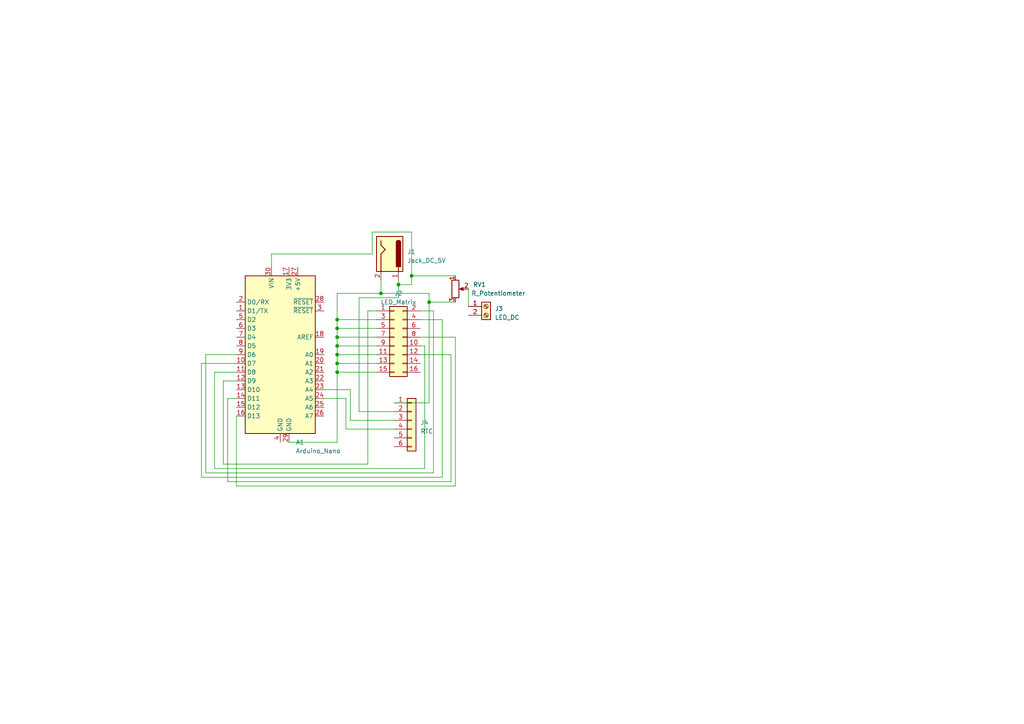
<source format=kicad_sch>
(kicad_sch (version 20230121) (generator eeschema)
  (paper "A4")
  (lib_symbols
    (symbol "Conn_01x06_1" (pin_names (offset 1.016) hide)
      (property "Reference" "J" (at 0 7.62 0))
      (property "Value" "Conn_01x06" (at 0 -10.16 0))
      (symbol "Conn_01x06_1_1_1"
        (rectangle (start -1.27 -7.493) (end 0 -7.747) (stroke (width 0.1524)))
        (rectangle (start -1.27 -4.953) (end 0 -5.207) (stroke (width 0.1524)))
        (rectangle (start -1.27 -2.413) (end 0 -2.667) (stroke (width 0.1524)))
        (rectangle (start -1.27 0.127) (end 0 -0.127) (stroke (width 0.1524)))
        (rectangle (start -1.27 2.667) (end 0 2.413) (stroke (width 0.1524)))
        (rectangle (start -1.27 5.207) (end 0 4.953) (stroke (width 0.1524)))
        (rectangle (start -1.27 6.35) (end 1.27 -8.89) (stroke (width 0.254)) (fill (type background)))
        (pin passive line (at -5.08 5.08 0) (length 3.81) (name "GND") (number "1"))
        (pin passive line (at -5.08 2.54 0) (length 3.81) (name "VCC") (number "2"))
        (pin passive line (at -5.08 0 0) (length 3.81) (name "SDA") (number "3"))
        (pin passive line (at -5.08 -2.54 0) (length 3.81) (name "SCL") (number "4"))
        (pin passive line (at -5.08 -5.08 0) (length 3.81) (name "SQW") (number "5"))
        (pin passive line (at -5.08 -7.62 0) (length 3.81) (name "32K") (number "6"))
      )
    )
    (symbol "Connector:Jack-DC" (pin_names (offset 1.016))
      (property "Reference" "J" (at 0 5.334 0))
      (property "Value" "Jack-DC" (at 0 -5.08 0))
      (symbol "Jack-DC_0_1"
        (rectangle (start -5.08 3.81) (end 5.08 -3.81) (stroke (width 0.254)) (fill (type background)))
        (arc (start -3.302 3.175) (mid -3.9343 2.54) (end -3.302 1.905) (stroke (width 0.254)))
        (arc (start -3.302 3.175) (mid -3.9343 2.54) (end -3.302 1.905) (stroke (width 0.254)) (fill (type outline)))
        (polyline (pts (xy 5.08 2.54) (xy 3.81 2.54)) (stroke (width 0.254)))
        (polyline (pts (xy -3.81 -2.54) (xy -2.54 -2.54) (xy -1.27 -1.27) (xy 0 -2.54) (xy 2.54 -2.54) (xy 5.08 -2.54)) (stroke (width 0.254)))
        (rectangle (start 3.683 3.175) (end -3.302 1.905) (stroke (width 0.254)) (fill (type outline)))
      )
      (symbol "Jack-DC_1_1"
        (pin passive line (at 7.62 2.54 180) (length 2.54) (name "~") (number "1"))
        (pin passive line (at 7.62 -2.54 180) (length 2.54) (name "~") (number "2"))
      )
    )
    (symbol "Connector:Screw_Terminal_01x02" (pin_names (offset 1.016) hide)
      (property "Reference" "J" (at 0 2.54 0))
      (property "Value" "Screw_Terminal_01x02" (at 0 -5.08 0))
      (symbol "Screw_Terminal_01x02_1_1"
        (rectangle (start -1.27 1.27) (end 1.27 -3.81) (stroke (width 0.254)) (fill (type background)))
        (circle (center 0 -2.54) (radius 0.635) (stroke (width 0.1524)))
        (polyline (pts (xy -0.5334 -2.2098) (xy 0.3302 -3.048)) (stroke (width 0.1524)))
        (polyline (pts (xy -0.5334 0.3302) (xy 0.3302 -0.508)) (stroke (width 0.1524)))
        (polyline (pts (xy -0.3556 -2.032) (xy 0.508 -2.8702)) (stroke (width 0.1524)))
        (polyline (pts (xy -0.3556 0.508) (xy 0.508 -0.3302)) (stroke (width 0.1524)))
        (circle (center 0 0) (radius 0.635) (stroke (width 0.1524)))
        (pin passive line (at -5.08 0 0) (length 3.81) (name "Pin_1") (number "1"))
        (pin passive line (at -5.08 -2.54 0) (length 3.81) (name "Pin_2") (number "2"))
      )
    )
    (symbol "Connector_Generic:Conn_02x08_Top_Bottom" (pin_names (offset 1.016) hide)
      (property "Reference" "J2" (at 1.27 12.7 0))
      (property "Value" "LED_Matrix" (at 1.27 10.16 0))
      (symbol "Conn_02x08_Top_Bottom_1_1"
        (rectangle (start -1.27 -10.033) (end 0 -10.287) (stroke (width 0.1524)))
        (rectangle (start -1.27 -7.493) (end 0 -7.747) (stroke (width 0.1524)))
        (rectangle (start -1.27 -4.953) (end 0 -5.207) (stroke (width 0.1524)))
        (rectangle (start -1.27 -2.413) (end 0 -2.667) (stroke (width 0.1524)))
        (rectangle (start -1.27 0.127) (end 0 -0.127) (stroke (width 0.1524)))
        (rectangle (start -1.27 2.667) (end 0 2.413) (stroke (width 0.1524)))
        (rectangle (start -1.27 5.207) (end 0 4.953) (stroke (width 0.1524)))
        (rectangle (start -1.27 7.747) (end 0 7.493) (stroke (width 0.1524)))
        (rectangle (start -1.27 8.89) (end 3.81 -11.43) (stroke (width 0.254)) (fill (type background)))
        (rectangle (start 3.81 -10.033) (end 2.54 -10.287) (stroke (width 0.1524)))
        (rectangle (start 3.81 -7.493) (end 2.54 -7.747) (stroke (width 0.1524)))
        (rectangle (start 3.81 -4.953) (end 2.54 -5.207) (stroke (width 0.1524)))
        (rectangle (start 3.81 -2.413) (end 2.54 -2.667) (stroke (width 0.1524)))
        (rectangle (start 3.81 0.127) (end 2.54 -0.127) (stroke (width 0.1524)))
        (rectangle (start 3.81 2.667) (end 2.54 2.413) (stroke (width 0.1524)))
        (rectangle (start 3.81 5.207) (end 2.54 4.953) (stroke (width 0.1524)))
        (rectangle (start 3.81 7.747) (end 2.54 7.493) (stroke (width 0.1524)))
        (pin input line (at -5.08 7.62 0) (length 3.81) (name "OE") (number "1"))
        (pin input line (at 7.62 -2.54 180) (length 3.81) (name "B") (number "10"))
        (pin power_in line (at -5.08 -5.08 0) (length 3.81) (name "C") (number "11"))
        (pin input line (at 7.62 -5.08 180) (length 3.81) (name "S") (number "12"))
        (pin power_in line (at -5.08 -7.62 0) (length 3.81) (name "L") (number "13"))
        (pin input line (at 7.62 -7.62 180) (length 3.81) (name "R") (number "14"))
        (pin power_in line (at -5.08 -10.16 0) (length 3.81) (name "G") (number "15"))
        (pin input line (at 7.62 -10.16 180) (length 3.81) (name "D") (number "16"))
        (pin input line (at 7.62 7.62 180) (length 3.81) (name "GND") (number "2"))
        (pin power_in line (at -5.08 5.08 0) (length 3.81) (name "GND") (number "3"))
        (pin input line (at 7.62 5.08 180) (length 3.81) (name "GND") (number "4"))
        (pin power_in line (at -5.08 2.54 0) (length 3.81) (name "GND") (number "5"))
        (pin input line (at 7.62 2.54 180) (length 3.81) (name "GND") (number "6"))
        (pin power_in line (at -5.08 0 0) (length 3.81) (name "GND") (number "7"))
        (pin input line (at 7.62 0 180) (length 3.81) (name "GND") (number "8"))
        (pin power_in line (at -5.08 -2.54 0) (length 3.81) (name "A") (number "9"))
      )
    )
    (symbol "Device:R_Potentiometer" (pin_names (offset 1.016) hide)
      (property "Reference" "RV" (at -4.445 0 90))
      (property "Value" "R_Potentiometer" (at -2.54 0 90))
      (symbol "R_Potentiometer_0_1"
        (polyline (pts (xy 2.54 0) (xy 1.524 0)))
        (polyline (pts (xy 1.143 0) (xy 2.286 0.508) (xy 2.286 -0.508) (xy 1.143 0)) (fill (type outline)))
        (rectangle (start 1.016 2.54) (end -1.016 -2.54) (stroke (width 0.254)))
      )
      (symbol "R_Potentiometer_1_1"
        (pin passive line (at 0 3.81 270) (length 1.27) (name "1") (number "1"))
        (pin passive line (at 3.81 0 180) (length 1.27) (name "2") (number "2"))
        (pin passive line (at 0 -3.81 90) (length 1.27) (name "3") (number "3"))
      )
    )
    (symbol "MCU_Module:Arduino_Nano_v2.x"
      (property "Reference" "A" (at -10.16 23.495 0))
      (property "Value" "Arduino_Nano_v2.x" (at 5.08 -24.13 0))
      (symbol "Arduino_Nano_v2.x_0_1"
        (rectangle (start -10.16 22.86) (end 10.16 -22.86) (stroke (width 0.254)) (fill (type background)))
      )
      (symbol "Arduino_Nano_v2.x_1_1"
        (pin bidirectional line (at -12.7 12.7 0) (length 2.54) (name "D1/TX") (number "1"))
        (pin bidirectional line (at -12.7 -2.54 0) (length 2.54) (name "D7") (number "10"))
        (pin bidirectional line (at -12.7 -5.08 0) (length 2.54) (name "D8") (number "11"))
        (pin bidirectional line (at -12.7 -7.62 0) (length 2.54) (name "D9") (number "12"))
        (pin bidirectional line (at -12.7 -10.16 0) (length 2.54) (name "D10") (number "13"))
        (pin bidirectional line (at -12.7 -12.7 0) (length 2.54) (name "D11") (number "14"))
        (pin bidirectional line (at -12.7 -15.24 0) (length 2.54) (name "D12") (number "15"))
        (pin bidirectional line (at -12.7 -17.78 0) (length 2.54) (name "D13") (number "16"))
        (pin power_out line (at 2.54 25.4 270) (length 2.54) (name "3V3") (number "17"))
        (pin input line (at 12.7 5.08 180) (length 2.54) (name "AREF") (number "18"))
        (pin bidirectional line (at 12.7 0 180) (length 2.54) (name "A0") (number "19"))
        (pin bidirectional line (at -12.7 15.24 0) (length 2.54) (name "D0/RX") (number "2"))
        (pin bidirectional line (at 12.7 -2.54 180) (length 2.54) (name "A1") (number "20"))
        (pin bidirectional line (at 12.7 -5.08 180) (length 2.54) (name "A2") (number "21"))
        (pin bidirectional line (at 12.7 -7.62 180) (length 2.54) (name "A3") (number "22"))
        (pin bidirectional line (at 12.7 -10.16 180) (length 2.54) (name "A4") (number "23"))
        (pin bidirectional line (at 12.7 -12.7 180) (length 2.54) (name "A5") (number "24"))
        (pin bidirectional line (at 12.7 -15.24 180) (length 2.54) (name "A6") (number "25"))
        (pin bidirectional line (at 12.7 -17.78 180) (length 2.54) (name "A7") (number "26"))
        (pin power_out line (at 5.08 25.4 270) (length 2.54) (name "+5V") (number "27"))
        (pin input line (at 12.7 15.24 180) (length 2.54) (name "~{RESET}") (number "28"))
        (pin power_in line (at 2.54 -25.4 90) (length 2.54) (name "GND") (number "29"))
        (pin input line (at 12.7 12.7 180) (length 2.54) (name "~{RESET}") (number "3"))
        (pin power_in line (at -2.54 25.4 270) (length 2.54) (name "VIN") (number "30"))
        (pin power_in line (at 0 -25.4 90) (length 2.54) (name "GND") (number "4"))
        (pin bidirectional line (at -12.7 10.16 0) (length 2.54) (name "D2") (number "5"))
        (pin bidirectional line (at -12.7 7.62 0) (length 2.54) (name "D3") (number "6"))
        (pin bidirectional line (at -12.7 5.08 0) (length 2.54) (name "D4") (number "7"))
        (pin bidirectional line (at -12.7 2.54 0) (length 2.54) (name "D5") (number "8"))
        (pin bidirectional line (at -12.7 0 0) (length 2.54) (name "D6") (number "9"))
      )
    )
  )
  (junction (at 110.49 85.09))
  (junction (at 97.79 95.25))
  (junction (at 124.46 87.63))
  (junction (at 115.57 82.55))
  (junction (at 119.38 80.01))
  (junction (at 97.79 105.41))
  (junction (at 97.79 97.79))
  (junction (at 97.79 92.71))
  (junction (at 97.79 107.95))
  (junction (at 97.79 102.87))
  (junction (at 97.79 100.33))
  (wire (pts (xy 97.79 100.33) (xy 109.22 100.33)))
  (wire (pts (xy 100.33 115.57) (xy 100.33 124.46)))
  (wire (pts (xy 66.04 115.57) (xy 68.58 115.57)))
  (wire (pts (xy 121.92 92.71) (xy 128.27 92.71)))
  (wire (pts (xy 97.79 105.41) (xy 109.22 105.41)))
  (wire (pts (xy 64.77 110.49) (xy 68.58 110.49)))
  (wire (pts (xy 125.73 137.16) (xy 59.69 137.16)))
  (wire (pts (xy 68.58 140.97) (xy 68.58 120.65)))
  (wire (pts (xy 97.79 95.25) (xy 109.22 95.25)))
  (wire (pts (xy 68.58 107.95) (xy 62.23 107.95)))
  (wire (pts (xy 59.69 102.87) (xy 68.58 102.87)))
  (wire (pts (xy 115.57 81.28) (xy 115.57 82.55)))
  (wire (pts (xy 78.74 73.66) (xy 78.74 77.47)))
  (wire (pts (xy 97.79 107.95) (xy 109.22 107.95)))
  (wire (pts (xy 114.3 121.92) (xy 101.6 121.92)))
  (wire (pts (xy 109.22 90.17) (xy 106.68 90.17)))
  (wire (pts (xy 121.92 97.79) (xy 132.08 97.79)))
  (wire (pts (xy 125.73 90.17) (xy 125.73 137.16)))
  (wire (pts (xy 100.33 124.46) (xy 114.3 124.46)))
  (wire (pts (xy 93.98 115.57) (xy 100.33 115.57)))
  (wire (pts (xy 130.81 139.7) (xy 66.04 139.7)))
  (wire (pts (xy 78.74 73.66) (xy 107.95 73.66)))
  (wire (pts (xy 135.89 83.82) (xy 135.89 88.9)))
  (wire (pts (xy 104.14 119.38) (xy 114.3 119.38)))
  (wire (pts (xy 97.79 105.41) (xy 97.79 102.87)))
  (wire (pts (xy 132.08 80.01) (xy 119.38 80.01)))
  (wire (pts (xy 66.04 139.7) (xy 66.04 115.57)))
  (wire (pts (xy 106.68 134.62) (xy 64.77 134.62)))
  (wire (pts (xy 119.38 82.55) (xy 115.57 82.55)))
  (wire (pts (xy 128.27 138.43) (xy 58.42 138.43)))
  (wire (pts (xy 83.82 128.27) (xy 97.79 128.27)))
  (wire (pts (xy 97.79 92.71) (xy 109.22 92.71)))
  (wire (pts (xy 97.79 85.09) (xy 110.49 85.09)))
  (wire (pts (xy 97.79 97.79) (xy 109.22 97.79)))
  (wire (pts (xy 101.6 121.92) (xy 101.6 113.03)))
  (wire (pts (xy 97.79 95.25) (xy 97.79 92.71)))
  (wire (pts (xy 119.38 80.01) (xy 119.38 82.55)))
  (wire (pts (xy 121.92 90.17) (xy 125.73 90.17)))
  (wire (pts (xy 59.69 137.16) (xy 59.69 102.87)))
  (wire (pts (xy 132.08 140.97) (xy 68.58 140.97)))
  (wire (pts (xy 106.68 90.17) (xy 106.68 134.62)))
  (wire (pts (xy 132.08 97.79) (xy 132.08 140.97)))
  (wire (pts (xy 97.79 107.95) (xy 97.79 105.41)))
  (wire (pts (xy 62.23 107.95) (xy 62.23 135.89)))
  (wire (pts (xy 97.79 100.33) (xy 97.79 97.79)))
  (wire (pts (xy 124.46 87.63) (xy 132.08 87.63)))
  (wire (pts (xy 97.79 102.87) (xy 109.22 102.87)))
  (wire (pts (xy 128.27 92.71) (xy 128.27 138.43)))
  (wire (pts (xy 123.19 100.33) (xy 121.92 100.33)))
  (wire (pts (xy 97.79 92.71) (xy 97.79 85.09)))
  (wire (pts (xy 124.46 116.84) (xy 114.3 116.84)))
  (wire (pts (xy 97.79 102.87) (xy 97.79 100.33)))
  (wire (pts (xy 62.23 135.89) (xy 123.19 135.89)))
  (wire (pts (xy 115.57 86.36) (xy 104.14 86.36)))
  (wire (pts (xy 101.6 113.03) (xy 93.98 113.03)))
  (wire (pts (xy 124.46 85.09) (xy 124.46 87.63)))
  (wire (pts (xy 107.95 73.66) (xy 107.95 67.31)))
  (wire (pts (xy 64.77 134.62) (xy 64.77 110.49)))
  (wire (pts (xy 58.42 138.43) (xy 58.42 105.41)))
  (wire (pts (xy 119.38 67.31) (xy 119.38 80.01)))
  (wire (pts (xy 121.92 102.87) (xy 130.81 102.87)))
  (wire (pts (xy 104.14 86.36) (xy 104.14 119.38)))
  (wire (pts (xy 110.49 85.09) (xy 124.46 85.09)))
  (wire (pts (xy 124.46 87.63) (xy 124.46 116.84)))
  (wire (pts (xy 107.95 67.31) (xy 119.38 67.31)))
  (wire (pts (xy 97.79 97.79) (xy 97.79 95.25)))
  (wire (pts (xy 123.19 135.89) (xy 123.19 100.33)))
  (wire (pts (xy 97.79 128.27) (xy 97.79 107.95)))
  (wire (pts (xy 110.49 81.28) (xy 110.49 85.09)))
  (wire (pts (xy 130.81 102.87) (xy 130.81 139.7)))
  (wire (pts (xy 58.42 105.41) (xy 68.58 105.41)))
  (wire (pts (xy 115.57 82.55) (xy 115.57 86.36)))
  (symbol (lib_id "Device:R_Potentiometer") (at 132.08 83.82 0) (unit 1)
    (property "Reference" "RV1" (at 140.97 82.55 0) (effects (justify right)))
    (property "Value" "R_Potentiometer" (at 152.4 85.09 0) (effects (justify right)))
    (property "Footprint" "Potentiometer_THT:Potentiometer_Alps_RK09L_Single_Horizontal" (effects hide))
  )
  (symbol (lib_id "MCU_Module:Arduino_Nano_v2.x") (at 81.28 102.87 0) (unit 1)
    (property "Reference" "A1" (at 85.7759 128.27 0) (effects (justify left)))
    (property "Value" "Arduino_Nano" (at 85.7759 130.81 0) (effects (justify left)))
    (property "Footprint" "Module:Arduino_Nano" (effects hide))
    (property "Datasheet" "https://www.arduino.cc/en/uploads/Main/ArduinoNanoManual23.pdf" (effects hide))
  )
  (symbol (lib_id "Connector_Generic:Conn_02x08_Top_Bottom") (at 114.3 97.79 0) (unit 1)
    (property "Reference" "J2" (at 115.57 85.09 0))
    (property "Value" "LED_Matrix" (at 115.57 87.63 0))
    (property "Footprint" "Connector_IDC:IDC-Header_2x08_P2.54mm_Vertical" (effects hide))
  )
  (symbol (lib_name "Conn_01x06_1") (lib_id "Connector_Generic:Conn_01x06") (at 119.38 121.92 0) (unit 1)
    (property "Reference" "J4" (at 121.92 122.555 0) (effects (justify left)))
    (property "Value" "RTC" (at 121.92 125.095 0) (effects (justify left)))
    (property "Footprint" "Connector_PinHeader_2.00mm:PinHeader_1x06_P2.00mm_Vertical" (effects hide))
  )
  (symbol (lib_id "Connector:Jack-DC") (at 113.03 73.66 270) (unit 1)
    (property "Reference" "J1" (at 118.11 73.025 90) (effects (justify left)))
    (property "Value" "Jack_DC_5V" (at 118.11 75.565 90) (effects (justify left)))
    (property "Footprint" "Connector_BarrelJack:BarrelJack_Horizontal" (effects hide))
  )
  (symbol (lib_id "Connector:Screw_Terminal_01x02") (at 140.97 88.9 0) (unit 1)
    (property "Reference" "J3" (at 143.51 89.535 0) (effects (justify left)))
    (property "Value" "LED_DC" (at 143.51 92.075 0) (effects (justify left)))
    (property "Footprint" "TerminalBlock:TerminalBlock_bornier-2_P5.08mm" (effects hide))
  )
)
</source>
